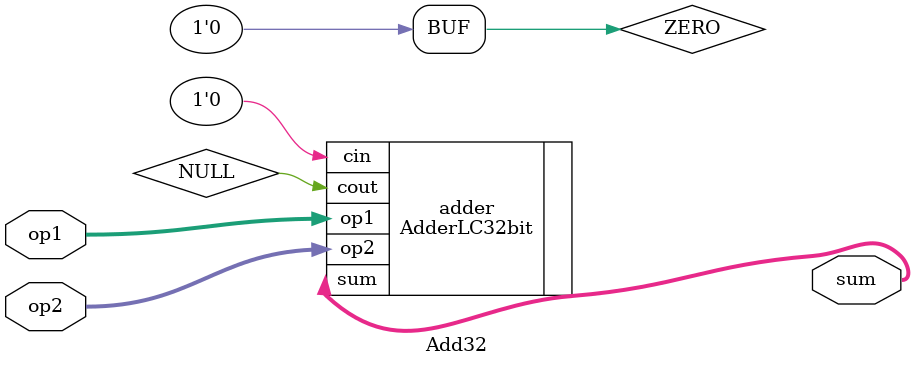
<source format=v>
`ifndef ADD_32BIT_V
`define ADD_32BIT_V

module Add32(
    input wire  [31:0] op1,
    input wire  [31:0] op2,
    output wire [31:0] sum
);

    reg ZERO = 1'b0;
    reg NULL;

    AdderLC32bit adder(
        .op1(op1),
        .op2(op2),
        .cin(ZERO),
        .sum(sum),
        .cout(NULL)
    );

endmodule

`endif 
</source>
